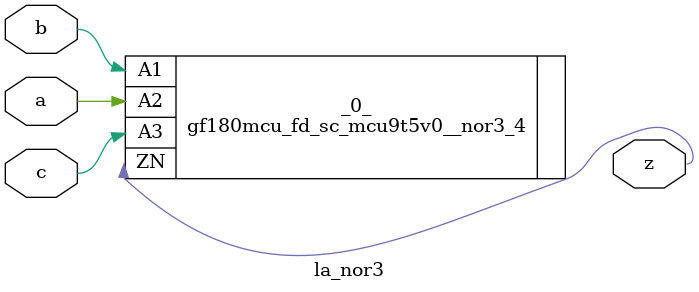
<source format=v>

/* Generated by Yosys 0.44 (git sha1 80ba43d26, g++ 11.4.0-1ubuntu1~22.04 -fPIC -O3) */

(* top =  1  *)
(* src = "generated" *)
module la_nor3 (
    a,
    b,
    c,
    z
);
  (* src = "generated" *)
  input a;
  wire a;
  (* src = "generated" *)
  input b;
  wire b;
  (* src = "generated" *)
  input c;
  wire c;
  (* src = "generated" *)
  output z;
  wire z;
  gf180mcu_fd_sc_mcu9t5v0__nor3_4 _0_ (
      .A1(b),
      .A2(a),
      .A3(c),
      .ZN(z)
  );
endmodule

</source>
